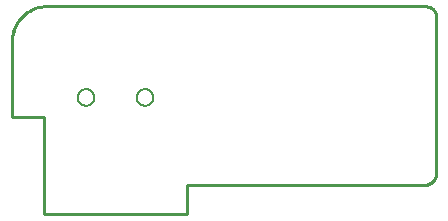
<source format=gko>
G04 EAGLE Gerber RS-274X export*
G75*
%MOMM*%
%FSLAX34Y34*%
%LPD*%
%INBoard Outline*%
%IPPOS*%
%AMOC8*
5,1,8,0,0,1.08239X$1,22.5*%
G01*
%ADD10C,0.152400*%
%ADD11C,0.127000*%
%ADD12C,0.254000*%


D10*
X371000Y191000D02*
X48000Y191000D01*
X47289Y190942D01*
X46579Y190867D01*
X45872Y190774D01*
X45167Y190664D01*
X44465Y190537D01*
X43766Y190393D01*
X43072Y190231D01*
X42381Y190053D01*
X41695Y189857D01*
X41013Y189645D01*
X40338Y189416D01*
X39668Y189171D01*
X39004Y188909D01*
X38347Y188631D01*
X37697Y188337D01*
X37054Y188027D01*
X36420Y187702D01*
X35793Y187361D01*
X35175Y187004D01*
X34566Y186633D01*
X33966Y186247D01*
X33375Y185846D01*
X32795Y185431D01*
X32225Y185002D01*
X31666Y184558D01*
X31118Y184102D01*
X30582Y183632D01*
X30056Y183149D01*
X29543Y182653D01*
X29043Y182145D01*
X28555Y181624D01*
X28080Y181092D01*
X27618Y180548D01*
X27169Y179993D01*
X26735Y179428D01*
X26314Y178851D01*
X25907Y178265D01*
X25515Y177669D01*
X25138Y177063D01*
X24776Y176449D01*
X24429Y175825D01*
X24098Y175194D01*
X23782Y174554D01*
X23481Y173907D01*
X23197Y173252D01*
X22929Y172591D01*
X22677Y171924D01*
X22442Y171250D01*
X22223Y170571D01*
X22021Y169887D01*
X21836Y169198D01*
X21668Y168504D01*
X21517Y167807D01*
X21383Y167106D01*
X21266Y166403D01*
X21167Y165696D01*
X21085Y164987D01*
X21020Y164277D01*
X20973Y163565D01*
X20943Y162852D01*
X20931Y162139D01*
X20937Y161425D01*
X20960Y160712D01*
X21000Y160000D01*
X21000Y97000D01*
X48000Y97000D01*
X48000Y15000D01*
X169000Y15000D01*
X169000Y40000D01*
X370000Y40000D01*
X370242Y40003D01*
X370483Y40012D01*
X370724Y40026D01*
X370965Y40047D01*
X371205Y40073D01*
X371445Y40105D01*
X371684Y40143D01*
X371921Y40186D01*
X372158Y40236D01*
X372393Y40291D01*
X372627Y40351D01*
X372859Y40418D01*
X373090Y40489D01*
X373319Y40567D01*
X373546Y40650D01*
X373771Y40738D01*
X373994Y40832D01*
X374214Y40931D01*
X374432Y41036D01*
X374647Y41145D01*
X374860Y41260D01*
X375070Y41380D01*
X375276Y41505D01*
X375480Y41635D01*
X375681Y41770D01*
X375878Y41910D01*
X376072Y42054D01*
X376262Y42203D01*
X376448Y42357D01*
X376631Y42515D01*
X376810Y42677D01*
X376985Y42844D01*
X377156Y43015D01*
X377323Y43190D01*
X377485Y43369D01*
X377643Y43552D01*
X377797Y43738D01*
X377946Y43928D01*
X378090Y44122D01*
X378230Y44319D01*
X378365Y44520D01*
X378495Y44724D01*
X378620Y44930D01*
X378740Y45140D01*
X378855Y45353D01*
X378964Y45568D01*
X379069Y45786D01*
X379168Y46006D01*
X379262Y46229D01*
X379350Y46454D01*
X379433Y46681D01*
X379511Y46910D01*
X379582Y47141D01*
X379649Y47373D01*
X379709Y47607D01*
X379764Y47842D01*
X379814Y48079D01*
X379857Y48316D01*
X379895Y48555D01*
X379927Y48795D01*
X379953Y49035D01*
X379974Y49276D01*
X379988Y49517D01*
X379997Y49758D01*
X380000Y50000D01*
X380000Y182000D01*
X379997Y182217D01*
X379989Y182435D01*
X379976Y182652D01*
X379958Y182869D01*
X379934Y183085D01*
X379906Y183300D01*
X379872Y183515D01*
X379832Y183729D01*
X379788Y183942D01*
X379738Y184154D01*
X379684Y184364D01*
X379624Y184574D01*
X379560Y184781D01*
X379490Y184987D01*
X379415Y185191D01*
X379336Y185394D01*
X379251Y185594D01*
X379162Y185793D01*
X379068Y185989D01*
X378969Y186183D01*
X378866Y186374D01*
X378758Y186563D01*
X378645Y186749D01*
X378528Y186932D01*
X378407Y187113D01*
X378281Y187290D01*
X378151Y187464D01*
X378017Y187636D01*
X377879Y187804D01*
X377737Y187968D01*
X377590Y188129D01*
X377440Y188287D01*
X377287Y188440D01*
X377129Y188590D01*
X376968Y188737D01*
X376804Y188879D01*
X376636Y189017D01*
X376464Y189151D01*
X376290Y189281D01*
X376113Y189407D01*
X375932Y189528D01*
X375749Y189645D01*
X375563Y189758D01*
X375374Y189866D01*
X375183Y189969D01*
X374989Y190068D01*
X374793Y190162D01*
X374594Y190251D01*
X374394Y190336D01*
X374191Y190415D01*
X373987Y190490D01*
X373781Y190560D01*
X373574Y190624D01*
X373364Y190684D01*
X373154Y190738D01*
X372942Y190788D01*
X372729Y190832D01*
X372515Y190872D01*
X372300Y190906D01*
X372085Y190934D01*
X371869Y190958D01*
X371652Y190976D01*
X371435Y190989D01*
X371217Y190997D01*
X371000Y191000D01*
D11*
X126405Y113942D02*
X126407Y114114D01*
X126413Y114285D01*
X126424Y114457D01*
X126439Y114628D01*
X126458Y114799D01*
X126481Y114969D01*
X126508Y115139D01*
X126540Y115308D01*
X126575Y115476D01*
X126615Y115643D01*
X126659Y115809D01*
X126706Y115974D01*
X126758Y116138D01*
X126814Y116300D01*
X126874Y116461D01*
X126938Y116621D01*
X127006Y116779D01*
X127077Y116935D01*
X127152Y117089D01*
X127232Y117242D01*
X127314Y117392D01*
X127401Y117541D01*
X127491Y117687D01*
X127585Y117831D01*
X127682Y117973D01*
X127783Y118112D01*
X127887Y118249D01*
X127994Y118383D01*
X128105Y118514D01*
X128218Y118643D01*
X128335Y118769D01*
X128455Y118892D01*
X128578Y119012D01*
X128704Y119129D01*
X128833Y119242D01*
X128964Y119353D01*
X129098Y119460D01*
X129235Y119564D01*
X129374Y119665D01*
X129516Y119762D01*
X129660Y119856D01*
X129806Y119946D01*
X129955Y120033D01*
X130105Y120115D01*
X130258Y120195D01*
X130412Y120270D01*
X130568Y120341D01*
X130726Y120409D01*
X130886Y120473D01*
X131047Y120533D01*
X131209Y120589D01*
X131373Y120641D01*
X131538Y120688D01*
X131704Y120732D01*
X131871Y120772D01*
X132039Y120807D01*
X132208Y120839D01*
X132378Y120866D01*
X132548Y120889D01*
X132719Y120908D01*
X132890Y120923D01*
X133062Y120934D01*
X133233Y120940D01*
X133405Y120942D01*
X133577Y120940D01*
X133748Y120934D01*
X133920Y120923D01*
X134091Y120908D01*
X134262Y120889D01*
X134432Y120866D01*
X134602Y120839D01*
X134771Y120807D01*
X134939Y120772D01*
X135106Y120732D01*
X135272Y120688D01*
X135437Y120641D01*
X135601Y120589D01*
X135763Y120533D01*
X135924Y120473D01*
X136084Y120409D01*
X136242Y120341D01*
X136398Y120270D01*
X136552Y120195D01*
X136705Y120115D01*
X136855Y120033D01*
X137004Y119946D01*
X137150Y119856D01*
X137294Y119762D01*
X137436Y119665D01*
X137575Y119564D01*
X137712Y119460D01*
X137846Y119353D01*
X137977Y119242D01*
X138106Y119129D01*
X138232Y119012D01*
X138355Y118892D01*
X138475Y118769D01*
X138592Y118643D01*
X138705Y118514D01*
X138816Y118383D01*
X138923Y118249D01*
X139027Y118112D01*
X139128Y117973D01*
X139225Y117831D01*
X139319Y117687D01*
X139409Y117541D01*
X139496Y117392D01*
X139578Y117242D01*
X139658Y117089D01*
X139733Y116935D01*
X139804Y116779D01*
X139872Y116621D01*
X139936Y116461D01*
X139996Y116300D01*
X140052Y116138D01*
X140104Y115974D01*
X140151Y115809D01*
X140195Y115643D01*
X140235Y115476D01*
X140270Y115308D01*
X140302Y115139D01*
X140329Y114969D01*
X140352Y114799D01*
X140371Y114628D01*
X140386Y114457D01*
X140397Y114285D01*
X140403Y114114D01*
X140405Y113942D01*
X140403Y113770D01*
X140397Y113599D01*
X140386Y113427D01*
X140371Y113256D01*
X140352Y113085D01*
X140329Y112915D01*
X140302Y112745D01*
X140270Y112576D01*
X140235Y112408D01*
X140195Y112241D01*
X140151Y112075D01*
X140104Y111910D01*
X140052Y111746D01*
X139996Y111584D01*
X139936Y111423D01*
X139872Y111263D01*
X139804Y111105D01*
X139733Y110949D01*
X139658Y110795D01*
X139578Y110642D01*
X139496Y110492D01*
X139409Y110343D01*
X139319Y110197D01*
X139225Y110053D01*
X139128Y109911D01*
X139027Y109772D01*
X138923Y109635D01*
X138816Y109501D01*
X138705Y109370D01*
X138592Y109241D01*
X138475Y109115D01*
X138355Y108992D01*
X138232Y108872D01*
X138106Y108755D01*
X137977Y108642D01*
X137846Y108531D01*
X137712Y108424D01*
X137575Y108320D01*
X137436Y108219D01*
X137294Y108122D01*
X137150Y108028D01*
X137004Y107938D01*
X136855Y107851D01*
X136705Y107769D01*
X136552Y107689D01*
X136398Y107614D01*
X136242Y107543D01*
X136084Y107475D01*
X135924Y107411D01*
X135763Y107351D01*
X135601Y107295D01*
X135437Y107243D01*
X135272Y107196D01*
X135106Y107152D01*
X134939Y107112D01*
X134771Y107077D01*
X134602Y107045D01*
X134432Y107018D01*
X134262Y106995D01*
X134091Y106976D01*
X133920Y106961D01*
X133748Y106950D01*
X133577Y106944D01*
X133405Y106942D01*
X133233Y106944D01*
X133062Y106950D01*
X132890Y106961D01*
X132719Y106976D01*
X132548Y106995D01*
X132378Y107018D01*
X132208Y107045D01*
X132039Y107077D01*
X131871Y107112D01*
X131704Y107152D01*
X131538Y107196D01*
X131373Y107243D01*
X131209Y107295D01*
X131047Y107351D01*
X130886Y107411D01*
X130726Y107475D01*
X130568Y107543D01*
X130412Y107614D01*
X130258Y107689D01*
X130105Y107769D01*
X129955Y107851D01*
X129806Y107938D01*
X129660Y108028D01*
X129516Y108122D01*
X129374Y108219D01*
X129235Y108320D01*
X129098Y108424D01*
X128964Y108531D01*
X128833Y108642D01*
X128704Y108755D01*
X128578Y108872D01*
X128455Y108992D01*
X128335Y109115D01*
X128218Y109241D01*
X128105Y109370D01*
X127994Y109501D01*
X127887Y109635D01*
X127783Y109772D01*
X127682Y109911D01*
X127585Y110053D01*
X127491Y110197D01*
X127401Y110343D01*
X127314Y110492D01*
X127232Y110642D01*
X127152Y110795D01*
X127077Y110949D01*
X127006Y111105D01*
X126938Y111263D01*
X126874Y111423D01*
X126814Y111584D01*
X126758Y111746D01*
X126706Y111910D01*
X126659Y112075D01*
X126615Y112241D01*
X126575Y112408D01*
X126540Y112576D01*
X126508Y112745D01*
X126481Y112915D01*
X126458Y113085D01*
X126439Y113256D01*
X126424Y113427D01*
X126413Y113599D01*
X126407Y113770D01*
X126405Y113942D01*
X76405Y113942D02*
X76407Y114114D01*
X76413Y114285D01*
X76424Y114457D01*
X76439Y114628D01*
X76458Y114799D01*
X76481Y114969D01*
X76508Y115139D01*
X76540Y115308D01*
X76575Y115476D01*
X76615Y115643D01*
X76659Y115809D01*
X76706Y115974D01*
X76758Y116138D01*
X76814Y116300D01*
X76874Y116461D01*
X76938Y116621D01*
X77006Y116779D01*
X77077Y116935D01*
X77152Y117089D01*
X77232Y117242D01*
X77314Y117392D01*
X77401Y117541D01*
X77491Y117687D01*
X77585Y117831D01*
X77682Y117973D01*
X77783Y118112D01*
X77887Y118249D01*
X77994Y118383D01*
X78105Y118514D01*
X78218Y118643D01*
X78335Y118769D01*
X78455Y118892D01*
X78578Y119012D01*
X78704Y119129D01*
X78833Y119242D01*
X78964Y119353D01*
X79098Y119460D01*
X79235Y119564D01*
X79374Y119665D01*
X79516Y119762D01*
X79660Y119856D01*
X79806Y119946D01*
X79955Y120033D01*
X80105Y120115D01*
X80258Y120195D01*
X80412Y120270D01*
X80568Y120341D01*
X80726Y120409D01*
X80886Y120473D01*
X81047Y120533D01*
X81209Y120589D01*
X81373Y120641D01*
X81538Y120688D01*
X81704Y120732D01*
X81871Y120772D01*
X82039Y120807D01*
X82208Y120839D01*
X82378Y120866D01*
X82548Y120889D01*
X82719Y120908D01*
X82890Y120923D01*
X83062Y120934D01*
X83233Y120940D01*
X83405Y120942D01*
X83577Y120940D01*
X83748Y120934D01*
X83920Y120923D01*
X84091Y120908D01*
X84262Y120889D01*
X84432Y120866D01*
X84602Y120839D01*
X84771Y120807D01*
X84939Y120772D01*
X85106Y120732D01*
X85272Y120688D01*
X85437Y120641D01*
X85601Y120589D01*
X85763Y120533D01*
X85924Y120473D01*
X86084Y120409D01*
X86242Y120341D01*
X86398Y120270D01*
X86552Y120195D01*
X86705Y120115D01*
X86855Y120033D01*
X87004Y119946D01*
X87150Y119856D01*
X87294Y119762D01*
X87436Y119665D01*
X87575Y119564D01*
X87712Y119460D01*
X87846Y119353D01*
X87977Y119242D01*
X88106Y119129D01*
X88232Y119012D01*
X88355Y118892D01*
X88475Y118769D01*
X88592Y118643D01*
X88705Y118514D01*
X88816Y118383D01*
X88923Y118249D01*
X89027Y118112D01*
X89128Y117973D01*
X89225Y117831D01*
X89319Y117687D01*
X89409Y117541D01*
X89496Y117392D01*
X89578Y117242D01*
X89658Y117089D01*
X89733Y116935D01*
X89804Y116779D01*
X89872Y116621D01*
X89936Y116461D01*
X89996Y116300D01*
X90052Y116138D01*
X90104Y115974D01*
X90151Y115809D01*
X90195Y115643D01*
X90235Y115476D01*
X90270Y115308D01*
X90302Y115139D01*
X90329Y114969D01*
X90352Y114799D01*
X90371Y114628D01*
X90386Y114457D01*
X90397Y114285D01*
X90403Y114114D01*
X90405Y113942D01*
X90403Y113770D01*
X90397Y113599D01*
X90386Y113427D01*
X90371Y113256D01*
X90352Y113085D01*
X90329Y112915D01*
X90302Y112745D01*
X90270Y112576D01*
X90235Y112408D01*
X90195Y112241D01*
X90151Y112075D01*
X90104Y111910D01*
X90052Y111746D01*
X89996Y111584D01*
X89936Y111423D01*
X89872Y111263D01*
X89804Y111105D01*
X89733Y110949D01*
X89658Y110795D01*
X89578Y110642D01*
X89496Y110492D01*
X89409Y110343D01*
X89319Y110197D01*
X89225Y110053D01*
X89128Y109911D01*
X89027Y109772D01*
X88923Y109635D01*
X88816Y109501D01*
X88705Y109370D01*
X88592Y109241D01*
X88475Y109115D01*
X88355Y108992D01*
X88232Y108872D01*
X88106Y108755D01*
X87977Y108642D01*
X87846Y108531D01*
X87712Y108424D01*
X87575Y108320D01*
X87436Y108219D01*
X87294Y108122D01*
X87150Y108028D01*
X87004Y107938D01*
X86855Y107851D01*
X86705Y107769D01*
X86552Y107689D01*
X86398Y107614D01*
X86242Y107543D01*
X86084Y107475D01*
X85924Y107411D01*
X85763Y107351D01*
X85601Y107295D01*
X85437Y107243D01*
X85272Y107196D01*
X85106Y107152D01*
X84939Y107112D01*
X84771Y107077D01*
X84602Y107045D01*
X84432Y107018D01*
X84262Y106995D01*
X84091Y106976D01*
X83920Y106961D01*
X83748Y106950D01*
X83577Y106944D01*
X83405Y106942D01*
X83233Y106944D01*
X83062Y106950D01*
X82890Y106961D01*
X82719Y106976D01*
X82548Y106995D01*
X82378Y107018D01*
X82208Y107045D01*
X82039Y107077D01*
X81871Y107112D01*
X81704Y107152D01*
X81538Y107196D01*
X81373Y107243D01*
X81209Y107295D01*
X81047Y107351D01*
X80886Y107411D01*
X80726Y107475D01*
X80568Y107543D01*
X80412Y107614D01*
X80258Y107689D01*
X80105Y107769D01*
X79955Y107851D01*
X79806Y107938D01*
X79660Y108028D01*
X79516Y108122D01*
X79374Y108219D01*
X79235Y108320D01*
X79098Y108424D01*
X78964Y108531D01*
X78833Y108642D01*
X78704Y108755D01*
X78578Y108872D01*
X78455Y108992D01*
X78335Y109115D01*
X78218Y109241D01*
X78105Y109370D01*
X77994Y109501D01*
X77887Y109635D01*
X77783Y109772D01*
X77682Y109911D01*
X77585Y110053D01*
X77491Y110197D01*
X77401Y110343D01*
X77314Y110492D01*
X77232Y110642D01*
X77152Y110795D01*
X77077Y110949D01*
X77006Y111105D01*
X76938Y111263D01*
X76874Y111423D01*
X76814Y111584D01*
X76758Y111746D01*
X76706Y111910D01*
X76659Y112075D01*
X76615Y112241D01*
X76575Y112408D01*
X76540Y112576D01*
X76508Y112745D01*
X76481Y112915D01*
X76458Y113085D01*
X76439Y113256D01*
X76424Y113427D01*
X76413Y113599D01*
X76407Y113770D01*
X76405Y113942D01*
D12*
X21000Y97000D02*
X48000Y97000D01*
X48000Y15000D01*
X169000Y15000D01*
X169000Y40000D01*
X370000Y40000D01*
X370872Y40038D01*
X371736Y40152D01*
X372588Y40341D01*
X373420Y40603D01*
X374226Y40937D01*
X375000Y41340D01*
X375736Y41808D01*
X376428Y42340D01*
X377071Y42929D01*
X377660Y43572D01*
X378192Y44264D01*
X378660Y45000D01*
X379063Y45774D01*
X379397Y46580D01*
X379659Y47412D01*
X379848Y48264D01*
X379962Y49128D01*
X380000Y50000D01*
X380000Y182000D01*
X379966Y182784D01*
X379863Y183563D01*
X379693Y184329D01*
X379457Y185078D01*
X379157Y185804D01*
X378794Y186500D01*
X378372Y187162D01*
X377894Y187785D01*
X377364Y188364D01*
X376785Y188894D01*
X376162Y189372D01*
X375500Y189794D01*
X374804Y190157D01*
X374078Y190457D01*
X373329Y190693D01*
X372563Y190863D01*
X371784Y190966D01*
X371000Y191000D01*
X48000Y191000D01*
X45480Y190715D01*
X42995Y190212D01*
X40562Y189494D01*
X38202Y188567D01*
X35931Y187438D01*
X33768Y186115D01*
X31728Y184608D01*
X29827Y182930D01*
X28080Y181092D01*
X26499Y179109D01*
X25097Y176995D01*
X23885Y174768D01*
X22872Y172443D01*
X22065Y170039D01*
X21471Y167574D01*
X21093Y165066D01*
X20936Y162535D01*
X21000Y160000D01*
X21000Y97000D01*
M02*

</source>
